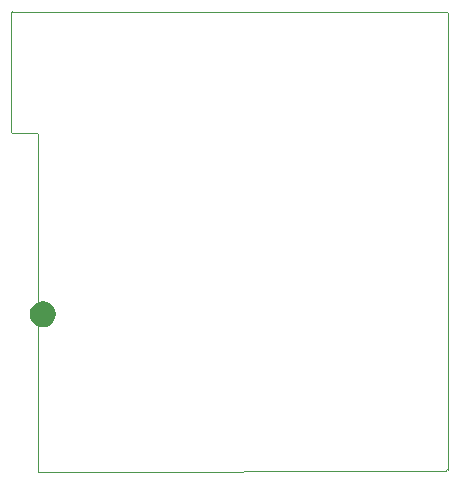
<source format=gbr>
%TF.GenerationSoftware,Altium Limited,Altium Designer,21.4.1 (30)*%
G04 Layer_Color=0*
%FSLAX45Y45*%
%MOMM*%
%TF.SameCoordinates,F4A6E2B2-E63A-418B-8CEE-B9A354165880*%
%TF.FilePolarity,Positive*%
%TF.FileFunction,Profile,NP*%
%TF.Part,Single*%
G01*
G75*
%TA.AperFunction,Profile*%
%ADD139C,0.02540*%
G36*
X-71462Y1328887D02*
Y1318053D01*
X-67235Y1296801D01*
X-58942Y1276783D01*
X-46904Y1258766D01*
X-31583Y1243445D01*
X-13566Y1231406D01*
X6452Y1223114D01*
X27704Y1218887D01*
X38538D01*
X49372D01*
X70624Y1223114D01*
X90643Y1231406D01*
X108659Y1243445D01*
X123981Y1258766D01*
X136019Y1276783D01*
X144311Y1296801D01*
X148538Y1318053D01*
Y1328887D01*
Y1339721D01*
X144311Y1360973D01*
X136019Y1380992D01*
X123981Y1399008D01*
X108659Y1414330D01*
X90643Y1426368D01*
X70624Y1434660D01*
X49372Y1438887D01*
X38538D01*
X27704D01*
X6452Y1434660D01*
X-13566Y1426368D01*
X-31583Y1414330D01*
X-46904Y1399008D01*
X-58942Y1380992D01*
X-67235Y1360973D01*
X-71462Y1339721D01*
Y1328887D01*
D01*
D02*
G37*
D139*
X3465013Y10021D02*
X3469974Y3880018D01*
D02*
G03*
X3459991Y3890027I-9982J26D01*
G01*
X-219984D01*
D02*
G03*
X-230000Y3879984I21J-10038D01*
G01*
X-230000Y2870000D01*
D02*
G03*
X-220000Y2860000I9997J-3D01*
G01*
X-9990Y2860000D01*
D02*
G02*
X-18Y2850010I4J-9967D01*
G01*
X-5000Y-10000D01*
X3454979Y-29D01*
D02*
G03*
X3465013Y10021I-29J10062D01*
G01*
%TF.MD5,d6b8e0825085bae4b68e8aa4ecbce85a*%
M02*

</source>
